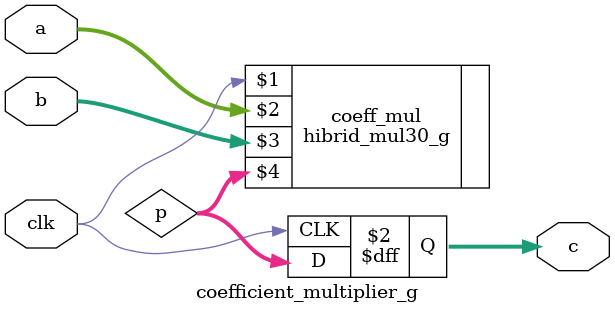
<source format=v>
`timescale 1ns / 1ps
module coefficient_multiplier_g(clk, a, b, c);
input clk;
input [29:0] a, b;
output reg [59:0] c;

wire [59:0] p;

hibrid_mul30_g coeff_mul(clk, a, b, p);

always @(posedge clk)
c <= p;

endmodule
</source>
